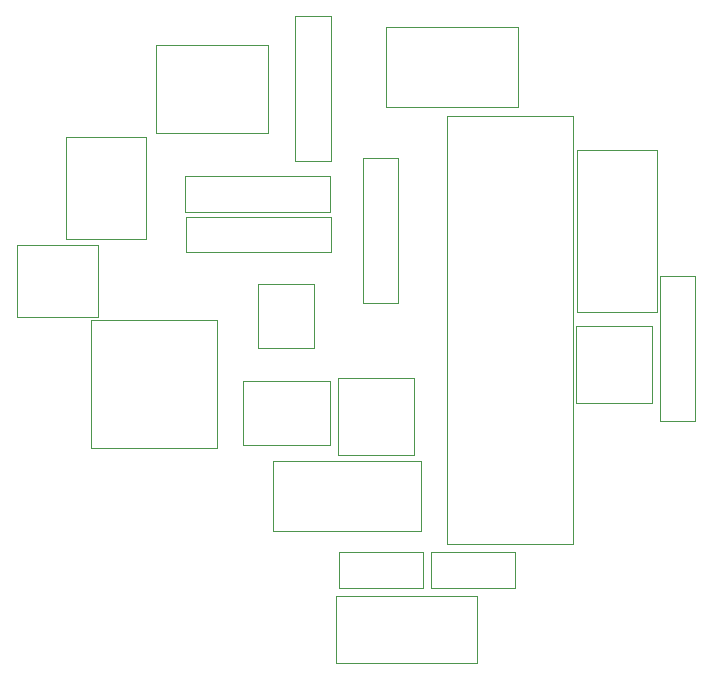
<source format=gbr>
%TF.GenerationSoftware,KiCad,Pcbnew,(6.0.7-1)-1*%
%TF.CreationDate,2022-10-17T13:14:12+05:30*%
%TF.ProjectId,Ac Temp Control ,41632054-656d-4702-9043-6f6e74726f6c,rev?*%
%TF.SameCoordinates,Original*%
%TF.FileFunction,Other,User*%
%FSLAX46Y46*%
G04 Gerber Fmt 4.6, Leading zero omitted, Abs format (unit mm)*
G04 Created by KiCad (PCBNEW (6.0.7-1)-1) date 2022-10-17 13:14:12*
%MOMM*%
%LPD*%
G01*
G04 APERTURE LIST*
%ADD10C,0.050000*%
G04 APERTURE END LIST*
D10*
%TO.C,U1*%
X162931802Y-86306802D02*
X152231802Y-86306802D01*
X162931802Y-122556802D02*
X162931802Y-86306802D01*
X152231802Y-122556802D02*
X162931802Y-122556802D01*
X152231802Y-86306802D02*
X152231802Y-122556802D01*
%TO.C,Y1*%
X154781802Y-132581802D02*
X154781802Y-126981802D01*
X142881802Y-132581802D02*
X154781802Y-132581802D01*
X154781802Y-126981802D02*
X142881802Y-126981802D01*
X142881802Y-126981802D02*
X142881802Y-132581802D01*
%TO.C,R3*%
X142381802Y-77851802D02*
X139381802Y-77851802D01*
X139381802Y-90111802D02*
X142381802Y-90111802D01*
X139381802Y-77851802D02*
X139381802Y-90111802D01*
X142381802Y-90111802D02*
X142381802Y-77851802D01*
%TO.C,VR1*%
X119981802Y-88121802D02*
X119981802Y-96741802D01*
X126781802Y-88121802D02*
X119981802Y-88121802D01*
X119981802Y-96741802D02*
X126781802Y-96741802D01*
X126781802Y-96741802D02*
X126781802Y-88121802D01*
%TO.C,SW1*%
X137081802Y-87781802D02*
X137081802Y-87531802D01*
X137081802Y-80281802D02*
X137081802Y-80531802D01*
X127581802Y-87531802D02*
X127581802Y-87781802D01*
X127581802Y-80281802D02*
X127831802Y-80281802D01*
X136831802Y-87781802D02*
X137081802Y-87781802D01*
X137081802Y-80531802D02*
X137081802Y-87531802D01*
X136831802Y-80281802D02*
X137081802Y-80281802D01*
X127581802Y-87531802D02*
X127581802Y-80531802D01*
X127581802Y-87781802D02*
X127831802Y-87781802D01*
X127581802Y-80531802D02*
X127581802Y-80281802D01*
X127831802Y-80281802D02*
X136831802Y-80281802D01*
X136831802Y-87781802D02*
X127831802Y-87781802D01*
%TO.C,R1*%
X148131802Y-102111802D02*
X148131802Y-89851802D01*
X145131802Y-102111802D02*
X148131802Y-102111802D01*
X148131802Y-89851802D02*
X145131802Y-89851802D01*
X145131802Y-89851802D02*
X145131802Y-102111802D01*
%TO.C,U4*%
X122081802Y-103581802D02*
X122081802Y-114381802D01*
X132781802Y-103581802D02*
X122081802Y-103581802D01*
X132781802Y-114381802D02*
X132781802Y-103581802D01*
X122081802Y-114381802D02*
X132781802Y-114381802D01*
%TO.C,J1*%
X122661802Y-97221802D02*
X115861802Y-97221802D01*
X122661802Y-103301802D02*
X122661802Y-97221802D01*
X115861802Y-103301802D02*
X122661802Y-103301802D01*
X115861802Y-97221802D02*
X115861802Y-103301802D01*
%TO.C,DISPLAY1*%
X158261802Y-85581802D02*
X158261802Y-78781802D01*
X147101802Y-78781802D02*
X147101802Y-85581802D01*
X158261802Y-78781802D02*
X147101802Y-78781802D01*
X147101802Y-85581802D02*
X158261802Y-85581802D01*
%TO.C,C1*%
X150181802Y-123231802D02*
X143081802Y-123231802D01*
X150181802Y-126231802D02*
X150181802Y-123231802D01*
X143081802Y-126231802D02*
X150181802Y-126231802D01*
X143081802Y-123231802D02*
X143081802Y-126231802D01*
%TO.C,D1*%
X163131802Y-104131802D02*
X163131802Y-110631802D01*
X169581802Y-110631802D02*
X169581802Y-104131802D01*
X169581802Y-104131802D02*
X163131802Y-104131802D01*
X163131802Y-110631802D02*
X169581802Y-110631802D01*
%TO.C,C2*%
X150881802Y-123231802D02*
X150881802Y-126231802D01*
X150881802Y-126231802D02*
X157981802Y-126231802D01*
X157981802Y-123231802D02*
X150881802Y-123231802D01*
X157981802Y-126231802D02*
X157981802Y-123231802D01*
%TO.C,J2*%
X170031802Y-102881802D02*
X170031802Y-89181802D01*
X163231802Y-102881802D02*
X170031802Y-102881802D01*
X170031802Y-89181802D02*
X163231802Y-89181802D01*
X163231802Y-89181802D02*
X163231802Y-102881802D01*
%TO.C,R5*%
X130171802Y-94831802D02*
X130171802Y-97831802D01*
X130171802Y-97831802D02*
X142431802Y-97831802D01*
X142431802Y-97831802D02*
X142431802Y-94831802D01*
X142431802Y-94831802D02*
X130171802Y-94831802D01*
%TO.C,D2*%
X149481802Y-108481802D02*
X143031802Y-108481802D01*
X149481802Y-114981802D02*
X149481802Y-108481802D01*
X143031802Y-114981802D02*
X149481802Y-114981802D01*
X143031802Y-108481802D02*
X143031802Y-114981802D01*
%TO.C,R2*%
X173281802Y-99831802D02*
X170281802Y-99831802D01*
X170281802Y-99831802D02*
X170281802Y-112091802D01*
X173281802Y-112091802D02*
X173281802Y-99831802D01*
X170281802Y-112091802D02*
X173281802Y-112091802D01*
%TO.C,U3*%
X142331802Y-114131802D02*
X134951802Y-114131802D01*
X142331802Y-114131802D02*
X142331802Y-108781802D01*
X134951802Y-108781802D02*
X142331802Y-108781802D01*
X134951802Y-108781802D02*
X134951802Y-114131802D01*
%TO.C,Q1*%
X136251802Y-105981802D02*
X136251802Y-100521802D01*
X140991802Y-100521802D02*
X140991802Y-105981802D01*
X136251802Y-105981802D02*
X140991802Y-105981802D01*
X140991802Y-100521802D02*
X136251802Y-100521802D01*
%TO.C,R4*%
X130071802Y-94431802D02*
X142331802Y-94431802D01*
X130071802Y-91431802D02*
X130071802Y-94431802D01*
X142331802Y-91431802D02*
X130071802Y-91431802D01*
X142331802Y-94431802D02*
X142331802Y-91431802D01*
%TO.C,U2*%
X150029302Y-121484302D02*
X137529302Y-121484302D01*
X137529302Y-115484302D02*
X150029302Y-115484302D01*
X150029302Y-115484302D02*
X150029302Y-121484302D01*
X137529302Y-121484302D02*
X137529302Y-115484302D01*
%TD*%
M02*

</source>
